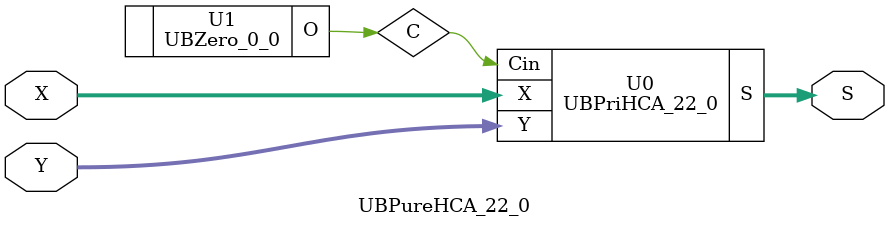
<source format=v>
/*----------------------------------------------------------------------------
  Copyright (c) 2021 Homma laboratory. All rights reserved.

  Top module: UBHCA_22_0_22_0

  Operand-1 length: 23
  Operand-2 length: 23
  Two-operand addition algorithm: Han-Carlson adder
----------------------------------------------------------------------------*/

module GPGenerator(Go, Po, A, B);
  output Go;
  output Po;
  input A;
  input B;
  assign Go = A & B;
  assign Po = A ^ B;
endmodule

module CarryOperator(Go, Po, Gi1, Pi1, Gi2, Pi2);
  output Go;
  output Po;
  input Gi1;
  input Gi2;
  input Pi1;
  input Pi2;
  assign Go = Gi1 | ( Gi2 & Pi1 );
  assign Po = Pi1 & Pi2;
endmodule

module UBPriHCA_22_0(S, X, Y, Cin);
  output [23:0] S;
  input Cin;
  input [22:0] X;
  input [22:0] Y;
  wire [22:0] G0;
  wire [22:0] G1;
  wire [22:0] G2;
  wire [22:0] G3;
  wire [22:0] G4;
  wire [22:0] G5;
  wire [22:0] G6;
  wire [22:0] P0;
  wire [22:0] P1;
  wire [22:0] P2;
  wire [22:0] P3;
  wire [22:0] P4;
  wire [22:0] P5;
  wire [22:0] P6;
  assign P1[0] = P0[0];
  assign G1[0] = G0[0];
  assign P1[2] = P0[2];
  assign G1[2] = G0[2];
  assign P1[4] = P0[4];
  assign G1[4] = G0[4];
  assign P1[6] = P0[6];
  assign G1[6] = G0[6];
  assign P1[8] = P0[8];
  assign G1[8] = G0[8];
  assign P1[10] = P0[10];
  assign G1[10] = G0[10];
  assign P1[12] = P0[12];
  assign G1[12] = G0[12];
  assign P1[14] = P0[14];
  assign G1[14] = G0[14];
  assign P1[16] = P0[16];
  assign G1[16] = G0[16];
  assign P1[18] = P0[18];
  assign G1[18] = G0[18];
  assign P1[20] = P0[20];
  assign G1[20] = G0[20];
  assign P1[22] = P0[22];
  assign G1[22] = G0[22];
  assign P2[0] = P1[0];
  assign G2[0] = G1[0];
  assign P2[1] = P1[1];
  assign G2[1] = G1[1];
  assign P2[2] = P1[2];
  assign G2[2] = G1[2];
  assign P2[4] = P1[4];
  assign G2[4] = G1[4];
  assign P2[6] = P1[6];
  assign G2[6] = G1[6];
  assign P2[8] = P1[8];
  assign G2[8] = G1[8];
  assign P2[10] = P1[10];
  assign G2[10] = G1[10];
  assign P2[12] = P1[12];
  assign G2[12] = G1[12];
  assign P2[14] = P1[14];
  assign G2[14] = G1[14];
  assign P2[16] = P1[16];
  assign G2[16] = G1[16];
  assign P2[18] = P1[18];
  assign G2[18] = G1[18];
  assign P2[20] = P1[20];
  assign G2[20] = G1[20];
  assign P2[22] = P1[22];
  assign G2[22] = G1[22];
  assign P3[0] = P2[0];
  assign G3[0] = G2[0];
  assign P3[1] = P2[1];
  assign G3[1] = G2[1];
  assign P3[2] = P2[2];
  assign G3[2] = G2[2];
  assign P3[3] = P2[3];
  assign G3[3] = G2[3];
  assign P3[4] = P2[4];
  assign G3[4] = G2[4];
  assign P3[6] = P2[6];
  assign G3[6] = G2[6];
  assign P3[8] = P2[8];
  assign G3[8] = G2[8];
  assign P3[10] = P2[10];
  assign G3[10] = G2[10];
  assign P3[12] = P2[12];
  assign G3[12] = G2[12];
  assign P3[14] = P2[14];
  assign G3[14] = G2[14];
  assign P3[16] = P2[16];
  assign G3[16] = G2[16];
  assign P3[18] = P2[18];
  assign G3[18] = G2[18];
  assign P3[20] = P2[20];
  assign G3[20] = G2[20];
  assign P3[22] = P2[22];
  assign G3[22] = G2[22];
  assign P4[0] = P3[0];
  assign G4[0] = G3[0];
  assign P4[1] = P3[1];
  assign G4[1] = G3[1];
  assign P4[2] = P3[2];
  assign G4[2] = G3[2];
  assign P4[3] = P3[3];
  assign G4[3] = G3[3];
  assign P4[4] = P3[4];
  assign G4[4] = G3[4];
  assign P4[5] = P3[5];
  assign G4[5] = G3[5];
  assign P4[6] = P3[6];
  assign G4[6] = G3[6];
  assign P4[7] = P3[7];
  assign G4[7] = G3[7];
  assign P4[8] = P3[8];
  assign G4[8] = G3[8];
  assign P4[10] = P3[10];
  assign G4[10] = G3[10];
  assign P4[12] = P3[12];
  assign G4[12] = G3[12];
  assign P4[14] = P3[14];
  assign G4[14] = G3[14];
  assign P4[16] = P3[16];
  assign G4[16] = G3[16];
  assign P4[18] = P3[18];
  assign G4[18] = G3[18];
  assign P4[20] = P3[20];
  assign G4[20] = G3[20];
  assign P4[22] = P3[22];
  assign G4[22] = G3[22];
  assign P5[0] = P4[0];
  assign G5[0] = G4[0];
  assign P5[1] = P4[1];
  assign G5[1] = G4[1];
  assign P5[2] = P4[2];
  assign G5[2] = G4[2];
  assign P5[3] = P4[3];
  assign G5[3] = G4[3];
  assign P5[4] = P4[4];
  assign G5[4] = G4[4];
  assign P5[5] = P4[5];
  assign G5[5] = G4[5];
  assign P5[6] = P4[6];
  assign G5[6] = G4[6];
  assign P5[7] = P4[7];
  assign G5[7] = G4[7];
  assign P5[8] = P4[8];
  assign G5[8] = G4[8];
  assign P5[9] = P4[9];
  assign G5[9] = G4[9];
  assign P5[10] = P4[10];
  assign G5[10] = G4[10];
  assign P5[11] = P4[11];
  assign G5[11] = G4[11];
  assign P5[12] = P4[12];
  assign G5[12] = G4[12];
  assign P5[13] = P4[13];
  assign G5[13] = G4[13];
  assign P5[14] = P4[14];
  assign G5[14] = G4[14];
  assign P5[15] = P4[15];
  assign G5[15] = G4[15];
  assign P5[16] = P4[16];
  assign G5[16] = G4[16];
  assign P5[18] = P4[18];
  assign G5[18] = G4[18];
  assign P5[20] = P4[20];
  assign G5[20] = G4[20];
  assign P5[22] = P4[22];
  assign G5[22] = G4[22];
  assign P6[0] = P5[0];
  assign G6[0] = G5[0];
  assign P6[1] = P5[1];
  assign G6[1] = G5[1];
  assign P6[3] = P5[3];
  assign G6[3] = G5[3];
  assign P6[5] = P5[5];
  assign G6[5] = G5[5];
  assign P6[7] = P5[7];
  assign G6[7] = G5[7];
  assign P6[9] = P5[9];
  assign G6[9] = G5[9];
  assign P6[11] = P5[11];
  assign G6[11] = G5[11];
  assign P6[13] = P5[13];
  assign G6[13] = G5[13];
  assign P6[15] = P5[15];
  assign G6[15] = G5[15];
  assign P6[17] = P5[17];
  assign G6[17] = G5[17];
  assign P6[19] = P5[19];
  assign G6[19] = G5[19];
  assign P6[21] = P5[21];
  assign G6[21] = G5[21];
  assign S[0] = Cin ^ P0[0];
  assign S[1] = ( G6[0] | ( P6[0] & Cin ) ) ^ P0[1];
  assign S[2] = ( G6[1] | ( P6[1] & Cin ) ) ^ P0[2];
  assign S[3] = ( G6[2] | ( P6[2] & Cin ) ) ^ P0[3];
  assign S[4] = ( G6[3] | ( P6[3] & Cin ) ) ^ P0[4];
  assign S[5] = ( G6[4] | ( P6[4] & Cin ) ) ^ P0[5];
  assign S[6] = ( G6[5] | ( P6[5] & Cin ) ) ^ P0[6];
  assign S[7] = ( G6[6] | ( P6[6] & Cin ) ) ^ P0[7];
  assign S[8] = ( G6[7] | ( P6[7] & Cin ) ) ^ P0[8];
  assign S[9] = ( G6[8] | ( P6[8] & Cin ) ) ^ P0[9];
  assign S[10] = ( G6[9] | ( P6[9] & Cin ) ) ^ P0[10];
  assign S[11] = ( G6[10] | ( P6[10] & Cin ) ) ^ P0[11];
  assign S[12] = ( G6[11] | ( P6[11] & Cin ) ) ^ P0[12];
  assign S[13] = ( G6[12] | ( P6[12] & Cin ) ) ^ P0[13];
  assign S[14] = ( G6[13] | ( P6[13] & Cin ) ) ^ P0[14];
  assign S[15] = ( G6[14] | ( P6[14] & Cin ) ) ^ P0[15];
  assign S[16] = ( G6[15] | ( P6[15] & Cin ) ) ^ P0[16];
  assign S[17] = ( G6[16] | ( P6[16] & Cin ) ) ^ P0[17];
  assign S[18] = ( G6[17] | ( P6[17] & Cin ) ) ^ P0[18];
  assign S[19] = ( G6[18] | ( P6[18] & Cin ) ) ^ P0[19];
  assign S[20] = ( G6[19] | ( P6[19] & Cin ) ) ^ P0[20];
  assign S[21] = ( G6[20] | ( P6[20] & Cin ) ) ^ P0[21];
  assign S[22] = ( G6[21] | ( P6[21] & Cin ) ) ^ P0[22];
  assign S[23] = G6[22] | ( P6[22] & Cin );
  GPGenerator U0 (G0[0], P0[0], X[0], Y[0]);
  GPGenerator U1 (G0[1], P0[1], X[1], Y[1]);
  GPGenerator U2 (G0[2], P0[2], X[2], Y[2]);
  GPGenerator U3 (G0[3], P0[3], X[3], Y[3]);
  GPGenerator U4 (G0[4], P0[4], X[4], Y[4]);
  GPGenerator U5 (G0[5], P0[5], X[5], Y[5]);
  GPGenerator U6 (G0[6], P0[6], X[6], Y[6]);
  GPGenerator U7 (G0[7], P0[7], X[7], Y[7]);
  GPGenerator U8 (G0[8], P0[8], X[8], Y[8]);
  GPGenerator U9 (G0[9], P0[9], X[9], Y[9]);
  GPGenerator U10 (G0[10], P0[10], X[10], Y[10]);
  GPGenerator U11 (G0[11], P0[11], X[11], Y[11]);
  GPGenerator U12 (G0[12], P0[12], X[12], Y[12]);
  GPGenerator U13 (G0[13], P0[13], X[13], Y[13]);
  GPGenerator U14 (G0[14], P0[14], X[14], Y[14]);
  GPGenerator U15 (G0[15], P0[15], X[15], Y[15]);
  GPGenerator U16 (G0[16], P0[16], X[16], Y[16]);
  GPGenerator U17 (G0[17], P0[17], X[17], Y[17]);
  GPGenerator U18 (G0[18], P0[18], X[18], Y[18]);
  GPGenerator U19 (G0[19], P0[19], X[19], Y[19]);
  GPGenerator U20 (G0[20], P0[20], X[20], Y[20]);
  GPGenerator U21 (G0[21], P0[21], X[21], Y[21]);
  GPGenerator U22 (G0[22], P0[22], X[22], Y[22]);
  CarryOperator U23 (G1[1], P1[1], G0[1], P0[1], G0[0], P0[0]);
  CarryOperator U24 (G1[3], P1[3], G0[3], P0[3], G0[2], P0[2]);
  CarryOperator U25 (G1[5], P1[5], G0[5], P0[5], G0[4], P0[4]);
  CarryOperator U26 (G1[7], P1[7], G0[7], P0[7], G0[6], P0[6]);
  CarryOperator U27 (G1[9], P1[9], G0[9], P0[9], G0[8], P0[8]);
  CarryOperator U28 (G1[11], P1[11], G0[11], P0[11], G0[10], P0[10]);
  CarryOperator U29 (G1[13], P1[13], G0[13], P0[13], G0[12], P0[12]);
  CarryOperator U30 (G1[15], P1[15], G0[15], P0[15], G0[14], P0[14]);
  CarryOperator U31 (G1[17], P1[17], G0[17], P0[17], G0[16], P0[16]);
  CarryOperator U32 (G1[19], P1[19], G0[19], P0[19], G0[18], P0[18]);
  CarryOperator U33 (G1[21], P1[21], G0[21], P0[21], G0[20], P0[20]);
  CarryOperator U34 (G2[3], P2[3], G1[3], P1[3], G1[1], P1[1]);
  CarryOperator U35 (G2[5], P2[5], G1[5], P1[5], G1[3], P1[3]);
  CarryOperator U36 (G2[7], P2[7], G1[7], P1[7], G1[5], P1[5]);
  CarryOperator U37 (G2[9], P2[9], G1[9], P1[9], G1[7], P1[7]);
  CarryOperator U38 (G2[11], P2[11], G1[11], P1[11], G1[9], P1[9]);
  CarryOperator U39 (G2[13], P2[13], G1[13], P1[13], G1[11], P1[11]);
  CarryOperator U40 (G2[15], P2[15], G1[15], P1[15], G1[13], P1[13]);
  CarryOperator U41 (G2[17], P2[17], G1[17], P1[17], G1[15], P1[15]);
  CarryOperator U42 (G2[19], P2[19], G1[19], P1[19], G1[17], P1[17]);
  CarryOperator U43 (G2[21], P2[21], G1[21], P1[21], G1[19], P1[19]);
  CarryOperator U44 (G3[5], P3[5], G2[5], P2[5], G2[1], P2[1]);
  CarryOperator U45 (G3[7], P3[7], G2[7], P2[7], G2[3], P2[3]);
  CarryOperator U46 (G3[9], P3[9], G2[9], P2[9], G2[5], P2[5]);
  CarryOperator U47 (G3[11], P3[11], G2[11], P2[11], G2[7], P2[7]);
  CarryOperator U48 (G3[13], P3[13], G2[13], P2[13], G2[9], P2[9]);
  CarryOperator U49 (G3[15], P3[15], G2[15], P2[15], G2[11], P2[11]);
  CarryOperator U50 (G3[17], P3[17], G2[17], P2[17], G2[13], P2[13]);
  CarryOperator U51 (G3[19], P3[19], G2[19], P2[19], G2[15], P2[15]);
  CarryOperator U52 (G3[21], P3[21], G2[21], P2[21], G2[17], P2[17]);
  CarryOperator U53 (G4[9], P4[9], G3[9], P3[9], G3[1], P3[1]);
  CarryOperator U54 (G4[11], P4[11], G3[11], P3[11], G3[3], P3[3]);
  CarryOperator U55 (G4[13], P4[13], G3[13], P3[13], G3[5], P3[5]);
  CarryOperator U56 (G4[15], P4[15], G3[15], P3[15], G3[7], P3[7]);
  CarryOperator U57 (G4[17], P4[17], G3[17], P3[17], G3[9], P3[9]);
  CarryOperator U58 (G4[19], P4[19], G3[19], P3[19], G3[11], P3[11]);
  CarryOperator U59 (G4[21], P4[21], G3[21], P3[21], G3[13], P3[13]);
  CarryOperator U60 (G5[17], P5[17], G4[17], P4[17], G4[1], P4[1]);
  CarryOperator U61 (G5[19], P5[19], G4[19], P4[19], G4[3], P4[3]);
  CarryOperator U62 (G5[21], P5[21], G4[21], P4[21], G4[5], P4[5]);
  CarryOperator U63 (G6[2], P6[2], G5[2], P5[2], G5[1], P5[1]);
  CarryOperator U64 (G6[4], P6[4], G5[4], P5[4], G5[3], P5[3]);
  CarryOperator U65 (G6[6], P6[6], G5[6], P5[6], G5[5], P5[5]);
  CarryOperator U66 (G6[8], P6[8], G5[8], P5[8], G5[7], P5[7]);
  CarryOperator U67 (G6[10], P6[10], G5[10], P5[10], G5[9], P5[9]);
  CarryOperator U68 (G6[12], P6[12], G5[12], P5[12], G5[11], P5[11]);
  CarryOperator U69 (G6[14], P6[14], G5[14], P5[14], G5[13], P5[13]);
  CarryOperator U70 (G6[16], P6[16], G5[16], P5[16], G5[15], P5[15]);
  CarryOperator U71 (G6[18], P6[18], G5[18], P5[18], G5[17], P5[17]);
  CarryOperator U72 (G6[20], P6[20], G5[20], P5[20], G5[19], P5[19]);
  CarryOperator U73 (G6[22], P6[22], G5[22], P5[22], G5[21], P5[21]);
endmodule

module UBZero_0_0(O);
  output [0:0] O;
  assign O[0] = 0;
endmodule

module UBHCA_22_0_22_0 (S, X, Y);
  output [23:0] S;
  input [22:0] X;
  input [22:0] Y;
  UBPureHCA_22_0 U0 (S[23:0], X[22:0], Y[22:0]);
endmodule

module UBPureHCA_22_0 (S, X, Y);
  output [23:0] S;
  input [22:0] X;
  input [22:0] Y;
  wire C;
  UBPriHCA_22_0 U0 (S, X, Y, C);
  UBZero_0_0 U1 (C);
endmodule


</source>
